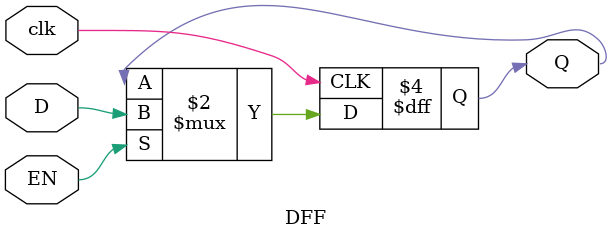
<source format=v>
module debounce_ckt(
input button,
input clk,
output wire result
    );

   
wire Q1;
wire Q2;
wire EN1 = 1'b1;
wire EN2 = 1'b1;
wire xor_out;
/****************************** Debounce ckt Implementation code ****************************************/

DFF FF1 (button,clk,EN1,Q1);
DFF FF2 (Q1,clk,EN2,Q2);
     
xor g1 (xor_out,Q1,Q2);

counter C1 (clk,xor_out,~Cout,Cout);     
DFF FF3 (Q2,clk,Cout,result);



endmodule


/***************************************** N-bit counter *************************************/
 module counter (clk, SCLR,EN,c);
     input clk;
     input SCLR;   // Clear of counter //
     input EN ; // Active 'HIGH' Enable //
      reg [N-1:0] Cout; 
	  output reg c;// Counter Output //
 


parameter N = 20;

            always@(posedge clk)
                    if(SCLR) 
							begin 						  
							Cout <= 0;
							c<=0;
							end
                        else if (EN)    
                            begin
                                    if (Cout == N-1) 
												begin
                                            Cout <= 0;
														  c<=1;
														  end
                                    else
												begin
                                            Cout <= Cout + 1;
														  c<=0;
                            end
									 end
                    
endmodule       
 

/************************************* D Flip Flop Module (with Enable)**************************/

module DFF(input D,input clk,input EN ,output reg Q);

            always @(posedge clk ) 
                    begin
                        if(EN)
                                begin
                                   Q <= D; 
                                end 
                    end     
endmodule

</source>
